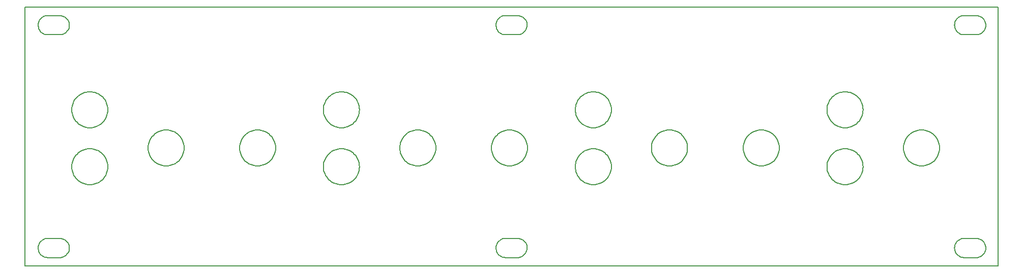
<source format=gbr>
%TF.GenerationSoftware,KiCad,Pcbnew,(6.0.4)*%
%TF.CreationDate,2022-05-24T13:19:39+01:00*%
%TF.ProjectId,1u-mixer,31752d6d-6978-4657-922e-6b696361645f,rev?*%
%TF.SameCoordinates,Original*%
%TF.FileFunction,Profile,NP*%
%FSLAX46Y46*%
G04 Gerber Fmt 4.6, Leading zero omitted, Abs format (unit mm)*
G04 Created by KiCad (PCBNEW (6.0.4)) date 2022-05-24 13:19:39*
%MOMM*%
%LPD*%
G01*
G04 APERTURE LIST*
%TA.AperFunction,Profile*%
%ADD10C,0.200000*%
%TD*%
%ADD11C,0.200000*%
G04 APERTURE END LIST*
D10*
X60690000Y-125730000D02*
X222690000Y-125730000D01*
D11*
X219008000Y-121145800D02*
X219251651Y-121164234D01*
X219483770Y-121217729D01*
X219701641Y-121303569D01*
X219902550Y-121419043D01*
X220083781Y-121561435D01*
X220242619Y-121728032D01*
X220376349Y-121916122D01*
X220482256Y-122122989D01*
X220557624Y-122345920D01*
X220599738Y-122582201D01*
X220608000Y-122745800D01*
D10*
X222690000Y-125730000D02*
X222690000Y-82550000D01*
D11*
X64481000Y-87160200D02*
X64237348Y-87141765D01*
X64005229Y-87088270D01*
X63787358Y-87002430D01*
X63586449Y-86886956D01*
X63405218Y-86744564D01*
X63246380Y-86577967D01*
X63112650Y-86389877D01*
X63006743Y-86183010D01*
X62931375Y-85960079D01*
X62889261Y-85723798D01*
X62881000Y-85560200D01*
X62881000Y-122745800D02*
X62899436Y-122502125D01*
X62952937Y-122269992D01*
X63038786Y-122052114D01*
X63154269Y-121851205D01*
X63296670Y-121669978D01*
X63463274Y-121511147D01*
X63651366Y-121377427D01*
X63858231Y-121271529D01*
X64081153Y-121196169D01*
X64317418Y-121154060D01*
X64481000Y-121145800D01*
D10*
X222690000Y-82550000D02*
X60690000Y-82550000D01*
X60690000Y-82550000D02*
X60690000Y-125730000D01*
D11*
X66481000Y-83960200D02*
X66724651Y-83978634D01*
X66956770Y-84032129D01*
X67174641Y-84117969D01*
X67375550Y-84233443D01*
X67556781Y-84375835D01*
X67715619Y-84542432D01*
X67849349Y-84730522D01*
X67955256Y-84937389D01*
X68030624Y-85160320D01*
X68072738Y-85396601D01*
X68081000Y-85560200D01*
X220608000Y-85560200D02*
X220589563Y-85803874D01*
X220536062Y-86036007D01*
X220450213Y-86253885D01*
X220334730Y-86454794D01*
X220192329Y-86636021D01*
X220025725Y-86794852D01*
X219837633Y-86928572D01*
X219630768Y-87034470D01*
X219407846Y-87109830D01*
X219171581Y-87151939D01*
X219008000Y-87160200D01*
D10*
X60690000Y-125730000D02*
X60690000Y-125730000D01*
D11*
X68081000Y-85560200D02*
X68062563Y-85803874D01*
X68009062Y-86036007D01*
X67923213Y-86253885D01*
X67807730Y-86454794D01*
X67665329Y-86636021D01*
X67498725Y-86794852D01*
X67310633Y-86928572D01*
X67103768Y-87034470D01*
X66880846Y-87109830D01*
X66644581Y-87151939D01*
X66481000Y-87160200D01*
X62881000Y-85560200D02*
X62899436Y-85316525D01*
X62952937Y-85084392D01*
X63038786Y-84866514D01*
X63154269Y-84665605D01*
X63296670Y-84484378D01*
X63463274Y-84325547D01*
X63651366Y-84191827D01*
X63858231Y-84085929D01*
X64081153Y-84010569D01*
X64317418Y-83968460D01*
X64481000Y-83960200D01*
X64481000Y-83960200D02*
X66481000Y-83960200D01*
X64481000Y-87160200D02*
X66481000Y-87160200D01*
X66481000Y-83960200D02*
X66724651Y-83978634D01*
X66956770Y-84032129D01*
X67174641Y-84117969D01*
X67375550Y-84233443D01*
X67556781Y-84375835D01*
X67715619Y-84542432D01*
X67849349Y-84730522D01*
X67955256Y-84937389D01*
X68030624Y-85160320D01*
X68072738Y-85396601D01*
X68081000Y-85560200D01*
X68081000Y-85560200D02*
X68062563Y-85803874D01*
X68009062Y-86036007D01*
X67923213Y-86253885D01*
X67807730Y-86454794D01*
X67665329Y-86636021D01*
X67498725Y-86794852D01*
X67310633Y-86928572D01*
X67103768Y-87034470D01*
X66880846Y-87109830D01*
X66644581Y-87151939D01*
X66481000Y-87160200D01*
X64481000Y-87160200D02*
X64237348Y-87141765D01*
X64005229Y-87088270D01*
X63787358Y-87002430D01*
X63586449Y-86886956D01*
X63405218Y-86744564D01*
X63246380Y-86577967D01*
X63112650Y-86389877D01*
X63006743Y-86183010D01*
X62931375Y-85960079D01*
X62889261Y-85723798D01*
X62881000Y-85560200D01*
X99404600Y-103054000D02*
X99711340Y-103069489D01*
X100009217Y-103114951D01*
X100296725Y-103188878D01*
X100572354Y-103289762D01*
X100834598Y-103416094D01*
X101081948Y-103566367D01*
X101312897Y-103739071D01*
X101525937Y-103932700D01*
X101719560Y-104145743D01*
X101892259Y-104376695D01*
X102042525Y-104624045D01*
X102168851Y-104886287D01*
X102269729Y-105161911D01*
X102343652Y-105449410D01*
X102389111Y-105747276D01*
X102404600Y-106054000D01*
X62881000Y-85560200D02*
X62899436Y-85316525D01*
X62952937Y-85084392D01*
X63038786Y-84866514D01*
X63154269Y-84665605D01*
X63296670Y-84484378D01*
X63463274Y-84325547D01*
X63651366Y-84191827D01*
X63858231Y-84085929D01*
X64081153Y-84010569D01*
X64317418Y-83968460D01*
X64481000Y-83960200D01*
X64481000Y-83960200D02*
X66481000Y-83960200D01*
X194181000Y-99678000D02*
X194196488Y-99371276D01*
X194241947Y-99073410D01*
X194315870Y-98785911D01*
X194416748Y-98510287D01*
X194543074Y-98248045D01*
X194693340Y-98000695D01*
X194866039Y-97769743D01*
X195059662Y-97556700D01*
X195272702Y-97363071D01*
X195503651Y-97190367D01*
X195751001Y-97040094D01*
X196013245Y-96913762D01*
X196288874Y-96812878D01*
X196576382Y-96738951D01*
X196874259Y-96693489D01*
X197181000Y-96678000D01*
X64481000Y-87160200D02*
X66481000Y-87160200D01*
X209912600Y-103054000D02*
X210219340Y-103069489D01*
X210517217Y-103114951D01*
X210804725Y-103188878D01*
X211080354Y-103289762D01*
X211342598Y-103416094D01*
X211589948Y-103566367D01*
X211820897Y-103739071D01*
X212033937Y-103932700D01*
X212227560Y-104145743D01*
X212400259Y-104376695D01*
X212550525Y-104624045D01*
X212676851Y-104886287D01*
X212777729Y-105161911D01*
X212851652Y-105449410D01*
X212897111Y-105747276D01*
X212912600Y-106054000D01*
X66481000Y-121145800D02*
X66724651Y-121164234D01*
X66956770Y-121217729D01*
X67174641Y-121303569D01*
X67375550Y-121419043D01*
X67556781Y-121561435D01*
X67715619Y-121728032D01*
X67849349Y-121916122D01*
X67955256Y-122122989D01*
X68030624Y-122345920D01*
X68072738Y-122582201D01*
X68081000Y-122745800D01*
X64481000Y-124345800D02*
X64237348Y-124327365D01*
X64005229Y-124273870D01*
X63787358Y-124188030D01*
X63586449Y-124072556D01*
X63405218Y-123930164D01*
X63246380Y-123763567D01*
X63112650Y-123575477D01*
X63006743Y-123368610D01*
X62931375Y-123145679D01*
X62889261Y-122909398D01*
X62881000Y-122745800D01*
X68081000Y-122745800D02*
X68062563Y-122989474D01*
X68009062Y-123221607D01*
X67923213Y-123439485D01*
X67807730Y-123640394D01*
X67665329Y-123821621D01*
X67498725Y-123980452D01*
X67310633Y-124114172D01*
X67103768Y-124220070D01*
X66880846Y-124295430D01*
X66644581Y-124337539D01*
X66481000Y-124345800D01*
X64481000Y-124345800D02*
X64237348Y-124327365D01*
X64005229Y-124273870D01*
X63787358Y-124188030D01*
X63586449Y-124072556D01*
X63405218Y-123930164D01*
X63246380Y-123763567D01*
X63112650Y-123575477D01*
X63006743Y-123368610D01*
X62931375Y-123145679D01*
X62889261Y-122909398D01*
X62881000Y-122745800D01*
X62881000Y-122745800D02*
X62899436Y-122502125D01*
X62952937Y-122269992D01*
X63038786Y-122052114D01*
X63154269Y-121851205D01*
X63296670Y-121669978D01*
X63463274Y-121511147D01*
X63651366Y-121377427D01*
X63858231Y-121271529D01*
X64081153Y-121196169D01*
X64317418Y-121154060D01*
X64481000Y-121145800D01*
X206912600Y-106054000D02*
X206928088Y-105747276D01*
X206973547Y-105449410D01*
X207047470Y-105161911D01*
X207148348Y-104886287D01*
X207274674Y-104624045D01*
X207424940Y-104376695D01*
X207597639Y-104145743D01*
X207791262Y-103932700D01*
X208004302Y-103739071D01*
X208235251Y-103566367D01*
X208482601Y-103416094D01*
X208744845Y-103289762D01*
X209020474Y-103188878D01*
X209307982Y-103114951D01*
X209605859Y-103069489D01*
X209912600Y-103054000D01*
X217008000Y-124345800D02*
X216764348Y-124327365D01*
X216532229Y-124273870D01*
X216314358Y-124188030D01*
X216113449Y-124072556D01*
X215932218Y-123930164D01*
X215773380Y-123763567D01*
X215639650Y-123575477D01*
X215533743Y-123368610D01*
X215458375Y-123145679D01*
X215416261Y-122909398D01*
X215408000Y-122745800D01*
X64481000Y-121145800D02*
X66481000Y-121145800D01*
X64481000Y-124345800D02*
X66481000Y-124345800D01*
X66481000Y-121145800D02*
X66724651Y-121164234D01*
X66956770Y-121217729D01*
X67174641Y-121303569D01*
X67375550Y-121419043D01*
X67556781Y-121561435D01*
X67715619Y-121728032D01*
X67849349Y-121916122D01*
X67955256Y-122122989D01*
X68030624Y-122345920D01*
X68072738Y-122582201D01*
X68081000Y-122745800D01*
X142677000Y-83960200D02*
X142920651Y-83978634D01*
X143152770Y-84032129D01*
X143370641Y-84117969D01*
X143571550Y-84233443D01*
X143752781Y-84375835D01*
X143911619Y-84542432D01*
X144045349Y-84730522D01*
X144151256Y-84937389D01*
X144226624Y-85160320D01*
X144268738Y-85396601D01*
X144277000Y-85560200D01*
X68081000Y-122745800D02*
X68062563Y-122989474D01*
X68009062Y-123221607D01*
X67923213Y-123439485D01*
X67807730Y-123640394D01*
X67665329Y-123821621D01*
X67498725Y-123980452D01*
X67310633Y-124114172D01*
X67103768Y-124220070D01*
X66880846Y-124295430D01*
X66644581Y-124337539D01*
X66481000Y-124345800D01*
X64481000Y-121145800D02*
X66481000Y-121145800D01*
X64481000Y-124345800D02*
X66481000Y-124345800D01*
X219008000Y-83960200D02*
X219251651Y-83978634D01*
X219483770Y-84032129D01*
X219701641Y-84117969D01*
X219902550Y-84233443D01*
X220083781Y-84375835D01*
X220242619Y-84542432D01*
X220376349Y-84730522D01*
X220482256Y-84937389D01*
X220557624Y-85160320D01*
X220599738Y-85396601D01*
X220608000Y-85560200D01*
X220608000Y-85560200D02*
X220589563Y-85803874D01*
X220536062Y-86036007D01*
X220450213Y-86253885D01*
X220334730Y-86454794D01*
X220192329Y-86636021D01*
X220025725Y-86794852D01*
X219837633Y-86928572D01*
X219630768Y-87034470D01*
X219407846Y-87109830D01*
X219171581Y-87151939D01*
X219008000Y-87160200D01*
X158282700Y-99678000D02*
X158267211Y-99984723D01*
X158221752Y-100282589D01*
X158147829Y-100570088D01*
X158046951Y-100845712D01*
X157920625Y-101107954D01*
X157770359Y-101355304D01*
X157597660Y-101586256D01*
X157404037Y-101799300D01*
X157190997Y-101992928D01*
X156960048Y-102165632D01*
X156712698Y-102315905D01*
X156450454Y-102442237D01*
X156174825Y-102543121D01*
X155887317Y-102617048D01*
X155589440Y-102662510D01*
X155282700Y-102678000D01*
X217008000Y-87160200D02*
X216764348Y-87141765D01*
X216532229Y-87088270D01*
X216314358Y-87002430D01*
X216113449Y-86886956D01*
X215932218Y-86744564D01*
X215773380Y-86577967D01*
X215639650Y-86389877D01*
X215533743Y-86183010D01*
X215458375Y-85960079D01*
X215416261Y-85723798D01*
X215408000Y-85560200D01*
X215408000Y-85560200D02*
X215426436Y-85316525D01*
X215479937Y-85084392D01*
X215565786Y-84866514D01*
X215681269Y-84665605D01*
X215823670Y-84484378D01*
X215990274Y-84325547D01*
X216178366Y-84191827D01*
X216385231Y-84085929D01*
X216608153Y-84010569D01*
X216844418Y-83968460D01*
X217008000Y-83960200D01*
X140677000Y-121145800D02*
X142677000Y-121145800D01*
X217008000Y-83960200D02*
X219008000Y-83960200D01*
X126068900Y-103054000D02*
X126375640Y-103069489D01*
X126673517Y-103114951D01*
X126961025Y-103188878D01*
X127236654Y-103289762D01*
X127498898Y-103416094D01*
X127746248Y-103566367D01*
X127977197Y-103739071D01*
X128190237Y-103932700D01*
X128383860Y-104145743D01*
X128556559Y-104376695D01*
X128706825Y-104624045D01*
X128833151Y-104886287D01*
X128934029Y-105161911D01*
X129007952Y-105449410D01*
X129053411Y-105747276D01*
X129068900Y-106054000D01*
X217008000Y-87160200D02*
X219008000Y-87160200D01*
X219008000Y-83960200D02*
X219251651Y-83978634D01*
X219483770Y-84032129D01*
X219701641Y-84117969D01*
X219902550Y-84233443D01*
X220083781Y-84375835D01*
X220242619Y-84542432D01*
X220376349Y-84730522D01*
X220482256Y-84937389D01*
X220557624Y-85160320D01*
X220599738Y-85396601D01*
X220608000Y-85560200D01*
X140677000Y-87160200D02*
X140433348Y-87141765D01*
X140201229Y-87088270D01*
X139983358Y-87002430D01*
X139782449Y-86886956D01*
X139601218Y-86744564D01*
X139442380Y-86577967D01*
X139308650Y-86389877D01*
X139202743Y-86183010D01*
X139127375Y-85960079D01*
X139085261Y-85723798D01*
X139077000Y-85560200D01*
X217008000Y-87160200D02*
X216764348Y-87141765D01*
X216532229Y-87088270D01*
X216314358Y-87002430D01*
X216113449Y-86886956D01*
X215932218Y-86744564D01*
X215773380Y-86577967D01*
X215639650Y-86389877D01*
X215533743Y-86183010D01*
X215458375Y-85960079D01*
X215416261Y-85723798D01*
X215408000Y-85560200D01*
X215408000Y-85560200D02*
X215426436Y-85316525D01*
X215479937Y-85084392D01*
X215565786Y-84866514D01*
X215681269Y-84665605D01*
X215823670Y-84484378D01*
X215990274Y-84325547D01*
X216178366Y-84191827D01*
X216385231Y-84085929D01*
X216608153Y-84010569D01*
X216844418Y-83968460D01*
X217008000Y-83960200D01*
X217008000Y-83960200D02*
X219008000Y-83960200D01*
X217008000Y-87160200D02*
X219008000Y-87160200D01*
X220608000Y-122745800D02*
X220589563Y-122989474D01*
X220536062Y-123221607D01*
X220450213Y-123439485D01*
X220334730Y-123640394D01*
X220192329Y-123821621D01*
X220025725Y-123980452D01*
X219837633Y-124114172D01*
X219630768Y-124220070D01*
X219407846Y-124295430D01*
X219171581Y-124337539D01*
X219008000Y-124345800D01*
X110361000Y-109188000D02*
X110376488Y-108881276D01*
X110421947Y-108583410D01*
X110495870Y-108295911D01*
X110596748Y-108020287D01*
X110723074Y-107758045D01*
X110873340Y-107510695D01*
X111046039Y-107279743D01*
X111239662Y-107066700D01*
X111452702Y-106873071D01*
X111683651Y-106700367D01*
X111931001Y-106550094D01*
X112193245Y-106423762D01*
X112468874Y-106322878D01*
X112756382Y-106248951D01*
X113054259Y-106203489D01*
X113361000Y-106188000D01*
X140677000Y-83960200D02*
X142677000Y-83960200D01*
X217008000Y-124345800D02*
X216764348Y-124327365D01*
X216532229Y-124273870D01*
X216314358Y-124188030D01*
X216113449Y-124072556D01*
X215932218Y-123930164D01*
X215773380Y-123763567D01*
X215639650Y-123575477D01*
X215533743Y-123368610D01*
X215458375Y-123145679D01*
X215416261Y-122909398D01*
X215408000Y-122745800D01*
X215408000Y-122745800D02*
X215426436Y-122502125D01*
X215479937Y-122269992D01*
X215565786Y-122052114D01*
X215681269Y-121851205D01*
X215823670Y-121669978D01*
X215990274Y-121511147D01*
X216178366Y-121377427D01*
X216385231Y-121271529D01*
X216608153Y-121196169D01*
X216844418Y-121154060D01*
X217008000Y-121145800D01*
X220608000Y-122745800D02*
X220589563Y-122989474D01*
X220536062Y-123221607D01*
X220450213Y-123439485D01*
X220334730Y-123640394D01*
X220192329Y-123821621D01*
X220025725Y-123980452D01*
X219837633Y-124114172D01*
X219630768Y-124220070D01*
X219407846Y-124295430D01*
X219171581Y-124337539D01*
X219008000Y-124345800D01*
X217008000Y-121145800D02*
X219008000Y-121145800D01*
X217008000Y-124345800D02*
X219008000Y-124345800D01*
X219008000Y-121145800D02*
X219251651Y-121164234D01*
X219483770Y-121217729D01*
X219701641Y-121303569D01*
X219902550Y-121419043D01*
X220083781Y-121561435D01*
X220242619Y-121728032D01*
X220376349Y-121916122D01*
X220482256Y-122122989D01*
X220557624Y-122345920D01*
X220599738Y-122582201D01*
X220608000Y-122745800D01*
X170958400Y-106054000D02*
X170942911Y-106360723D01*
X170897452Y-106658589D01*
X170823529Y-106946088D01*
X170722651Y-107221712D01*
X170596325Y-107483954D01*
X170446059Y-107731304D01*
X170273360Y-107962256D01*
X170079737Y-108175300D01*
X169866697Y-108368928D01*
X169635748Y-108541632D01*
X169388398Y-108691905D01*
X169126154Y-108818237D01*
X168850525Y-108919121D01*
X168563017Y-108993048D01*
X168265140Y-109038510D01*
X167958400Y-109054000D01*
X215408000Y-122745800D02*
X215426436Y-122502125D01*
X215479937Y-122269992D01*
X215565786Y-122052114D01*
X215681269Y-121851205D01*
X215823670Y-121669978D01*
X215990274Y-121511147D01*
X216178366Y-121377427D01*
X216385231Y-121271529D01*
X216608153Y-121196169D01*
X216844418Y-121154060D01*
X217008000Y-121145800D01*
X217008000Y-121145800D02*
X219008000Y-121145800D01*
X217008000Y-124345800D02*
X219008000Y-124345800D01*
X144277000Y-85560200D02*
X144258563Y-85803874D01*
X144205062Y-86036007D01*
X144119213Y-86253885D01*
X144003730Y-86454794D01*
X143861329Y-86636021D01*
X143694725Y-86794852D01*
X143506633Y-86928572D01*
X143299768Y-87034470D01*
X143076846Y-87109830D01*
X142840581Y-87151939D01*
X142677000Y-87160200D01*
X140677000Y-87160200D02*
X140433348Y-87141765D01*
X140201229Y-87088270D01*
X139983358Y-87002430D01*
X139782449Y-86886956D01*
X139601218Y-86744564D01*
X139442380Y-86577967D01*
X139308650Y-86389877D01*
X139202743Y-86183010D01*
X139127375Y-85960079D01*
X139085261Y-85723798D01*
X139077000Y-85560200D01*
X139077000Y-85560200D02*
X139095436Y-85316525D01*
X139148937Y-85084392D01*
X139234786Y-84866514D01*
X139350269Y-84665605D01*
X139492670Y-84484378D01*
X139659274Y-84325547D01*
X139847366Y-84191827D01*
X140054231Y-84085929D01*
X140277153Y-84010569D01*
X140513418Y-83968460D01*
X140677000Y-83960200D01*
X140677000Y-83960200D02*
X142677000Y-83960200D01*
X140677000Y-87160200D02*
X142677000Y-87160200D01*
X142677000Y-121145800D02*
X142920651Y-121164234D01*
X143152770Y-121217729D01*
X143370641Y-121303569D01*
X143571550Y-121419043D01*
X143752781Y-121561435D01*
X143911619Y-121728032D01*
X144045349Y-121916122D01*
X144151256Y-122122989D01*
X144226624Y-122345920D01*
X144268738Y-122582201D01*
X144277000Y-122745800D01*
X142677000Y-83960200D02*
X142920651Y-83978634D01*
X143152770Y-84032129D01*
X143370641Y-84117969D01*
X143571550Y-84233443D01*
X143752781Y-84375835D01*
X143911619Y-84542432D01*
X144045349Y-84730522D01*
X144151256Y-84937389D01*
X144226624Y-85160320D01*
X144268738Y-85396601D01*
X144277000Y-85560200D01*
X144277000Y-85560200D02*
X144258563Y-85803874D01*
X144205062Y-86036007D01*
X144119213Y-86253885D01*
X144003730Y-86454794D01*
X143861329Y-86636021D01*
X143694725Y-86794852D01*
X143506633Y-86928572D01*
X143299768Y-87034470D01*
X143076846Y-87109830D01*
X142840581Y-87151939D01*
X142677000Y-87160200D01*
X139077000Y-85560200D02*
X139095436Y-85316525D01*
X139148937Y-85084392D01*
X139234786Y-84866514D01*
X139350269Y-84665605D01*
X139492670Y-84484378D01*
X139659274Y-84325547D01*
X139847366Y-84191827D01*
X140054231Y-84085929D01*
X140277153Y-84010569D01*
X140513418Y-83968460D01*
X140677000Y-83960200D01*
X140677000Y-87160200D02*
X142677000Y-87160200D01*
X144277000Y-122745800D02*
X144258563Y-122989474D01*
X144205062Y-123221607D01*
X144119213Y-123439485D01*
X144003730Y-123640394D01*
X143861329Y-123821621D01*
X143694725Y-123980452D01*
X143506633Y-124114172D01*
X143299768Y-124220070D01*
X143076846Y-124295430D01*
X142840581Y-124337539D01*
X142677000Y-124345800D01*
X140677000Y-124345800D02*
X140433348Y-124327365D01*
X140201229Y-124273870D01*
X139983358Y-124188030D01*
X139782449Y-124072556D01*
X139601218Y-123930164D01*
X139442380Y-123763567D01*
X139308650Y-123575477D01*
X139202743Y-123368610D01*
X139127375Y-123145679D01*
X139085261Y-122909398D01*
X139077000Y-122745800D01*
X139077000Y-122745800D02*
X139095436Y-122502125D01*
X139148937Y-122269992D01*
X139234786Y-122052114D01*
X139350269Y-121851205D01*
X139492670Y-121669978D01*
X139659274Y-121511147D01*
X139847366Y-121377427D01*
X140054231Y-121271529D01*
X140277153Y-121196169D01*
X140513418Y-121154060D01*
X140677000Y-121145800D01*
X140677000Y-124345800D02*
X142677000Y-124345800D01*
X142677000Y-121145800D02*
X142920651Y-121164234D01*
X143152770Y-121217729D01*
X143370641Y-121303569D01*
X143571550Y-121419043D01*
X143752781Y-121561435D01*
X143911619Y-121728032D01*
X144045349Y-121916122D01*
X144151256Y-122122989D01*
X144226624Y-122345920D01*
X144268738Y-122582201D01*
X144277000Y-122745800D01*
X144277000Y-122745800D02*
X144258563Y-122989474D01*
X144205062Y-123221607D01*
X144119213Y-123439485D01*
X144003730Y-123640394D01*
X143861329Y-123821621D01*
X143694725Y-123980452D01*
X143506633Y-124114172D01*
X143299768Y-124220070D01*
X143076846Y-124295430D01*
X142840581Y-124337539D01*
X142677000Y-124345800D01*
X126068900Y-109054000D02*
X125762159Y-109038510D01*
X125464282Y-108993048D01*
X125176774Y-108919121D01*
X124901145Y-108818237D01*
X124638901Y-108691905D01*
X124391551Y-108541632D01*
X124160602Y-108368928D01*
X123947562Y-108175300D01*
X123753939Y-107962256D01*
X123581240Y-107731304D01*
X123430974Y-107483954D01*
X123304648Y-107221712D01*
X123203770Y-106946088D01*
X123129847Y-106658589D01*
X123084388Y-106360723D01*
X123068900Y-106054000D01*
X140677000Y-124345800D02*
X140433348Y-124327365D01*
X140201229Y-124273870D01*
X139983358Y-124188030D01*
X139782449Y-124072556D01*
X139601218Y-123930164D01*
X139442380Y-123763567D01*
X139308650Y-123575477D01*
X139202743Y-123368610D01*
X139127375Y-123145679D01*
X139085261Y-122909398D01*
X139077000Y-122745800D01*
X129068900Y-106054000D02*
X129053411Y-106360723D01*
X129007952Y-106658589D01*
X128934029Y-106946088D01*
X128833151Y-107221712D01*
X128706825Y-107483954D01*
X128556559Y-107731304D01*
X128383860Y-107962256D01*
X128190237Y-108175300D01*
X127977197Y-108368928D01*
X127746248Y-108541632D01*
X127498898Y-108691905D01*
X127236654Y-108818237D01*
X126961025Y-108919121D01*
X126673517Y-108993048D01*
X126375640Y-109038510D01*
X126068900Y-109054000D01*
X139077000Y-122745800D02*
X139095436Y-122502125D01*
X139148937Y-122269992D01*
X139234786Y-122052114D01*
X139350269Y-121851205D01*
X139492670Y-121669978D01*
X139659274Y-121511147D01*
X139847366Y-121377427D01*
X140054231Y-121271529D01*
X140277153Y-121196169D01*
X140513418Y-121154060D01*
X140677000Y-121145800D01*
X140677000Y-121145800D02*
X142677000Y-121145800D01*
X140677000Y-124345800D02*
X142677000Y-124345800D01*
X200181000Y-99678000D02*
X200165511Y-99984723D01*
X200120052Y-100282589D01*
X200046129Y-100570088D01*
X199945251Y-100845712D01*
X199818925Y-101107954D01*
X199668659Y-101355304D01*
X199495960Y-101586256D01*
X199302337Y-101799300D01*
X199089297Y-101992928D01*
X198858348Y-102165632D01*
X198610998Y-102315905D01*
X198348754Y-102442237D01*
X198073125Y-102543121D01*
X197785617Y-102617048D01*
X197487740Y-102662510D01*
X197181000Y-102678000D01*
X71489000Y-96677600D02*
X71795740Y-96693089D01*
X72093617Y-96738551D01*
X72381125Y-96812478D01*
X72656754Y-96913362D01*
X72918998Y-97039694D01*
X73166348Y-97189967D01*
X73397297Y-97362671D01*
X73610337Y-97556300D01*
X73803960Y-97769343D01*
X73976659Y-98000295D01*
X74126925Y-98247645D01*
X74253251Y-98509887D01*
X74354129Y-98785511D01*
X74428052Y-99073010D01*
X74473511Y-99370876D01*
X74489000Y-99677600D01*
X74489000Y-99677600D02*
X74473511Y-99984323D01*
X74428052Y-100282189D01*
X74354129Y-100569688D01*
X74253251Y-100845312D01*
X74126925Y-101107554D01*
X73976659Y-101354904D01*
X73803960Y-101585856D01*
X73610337Y-101798900D01*
X73397297Y-101992528D01*
X73166348Y-102165232D01*
X72918998Y-102315505D01*
X72656754Y-102441837D01*
X72381125Y-102542721D01*
X72093617Y-102616648D01*
X71795740Y-102662110D01*
X71489000Y-102677600D01*
X71489000Y-102677600D02*
X71182259Y-102662110D01*
X70884382Y-102616648D01*
X70596874Y-102542721D01*
X70321245Y-102441837D01*
X70059001Y-102315505D01*
X69811651Y-102165232D01*
X69580702Y-101992528D01*
X69367662Y-101798900D01*
X69174039Y-101585856D01*
X69001340Y-101354904D01*
X68851074Y-101107554D01*
X68724748Y-100845312D01*
X68623870Y-100569688D01*
X68549947Y-100282189D01*
X68504488Y-99984323D01*
X68489000Y-99677600D01*
X68489000Y-99677600D02*
X68504488Y-99370876D01*
X68549947Y-99073010D01*
X68623870Y-98785511D01*
X68724748Y-98509887D01*
X68851074Y-98247645D01*
X69001340Y-98000295D01*
X69174039Y-97769343D01*
X69367662Y-97556300D01*
X69580702Y-97362671D01*
X69811651Y-97189967D01*
X70059001Y-97039694D01*
X70321245Y-96913362D01*
X70596874Y-96812478D01*
X70884382Y-96738551D01*
X71182259Y-96693089D01*
X71489000Y-96677600D01*
X209912600Y-109054000D02*
X209605859Y-109038510D01*
X209307982Y-108993048D01*
X209020474Y-108919121D01*
X208744845Y-108818237D01*
X208482601Y-108691905D01*
X208235251Y-108541632D01*
X208004302Y-108368928D01*
X207791262Y-108175300D01*
X207597639Y-107962256D01*
X207424940Y-107731304D01*
X207274674Y-107483954D01*
X207148348Y-107221712D01*
X207047470Y-106946088D01*
X206973547Y-106658589D01*
X206928088Y-106360723D01*
X206912600Y-106054000D01*
X113361000Y-96678000D02*
X113667740Y-96693489D01*
X113965617Y-96738951D01*
X114253125Y-96812878D01*
X114528754Y-96913762D01*
X114790998Y-97040094D01*
X115038348Y-97190367D01*
X115269297Y-97363071D01*
X115482337Y-97556700D01*
X115675960Y-97769743D01*
X115848659Y-98000695D01*
X115998925Y-98248045D01*
X116125251Y-98510287D01*
X116226129Y-98785911D01*
X116300052Y-99073410D01*
X116345511Y-99371276D01*
X116361000Y-99678000D01*
X116361000Y-99678000D02*
X116345511Y-99984723D01*
X116300052Y-100282589D01*
X116226129Y-100570088D01*
X116125251Y-100845712D01*
X115998925Y-101107954D01*
X115848659Y-101355304D01*
X115675960Y-101586256D01*
X115482337Y-101799300D01*
X115269297Y-101992928D01*
X115038348Y-102165632D01*
X114790998Y-102315905D01*
X114528754Y-102442237D01*
X114253125Y-102543121D01*
X113965617Y-102617048D01*
X113667740Y-102662510D01*
X113361000Y-102678000D01*
X113361000Y-102678000D02*
X113054259Y-102662510D01*
X112756382Y-102617048D01*
X112468874Y-102543121D01*
X112193245Y-102442237D01*
X111931001Y-102315905D01*
X111683651Y-102165632D01*
X111452702Y-101992928D01*
X111239662Y-101799300D01*
X111046039Y-101586256D01*
X110873340Y-101355304D01*
X110723074Y-101107954D01*
X110596748Y-100845712D01*
X110495870Y-100570088D01*
X110421947Y-100282589D01*
X110376488Y-99984723D01*
X110361000Y-99678000D01*
X110361000Y-99678000D02*
X110376488Y-99371276D01*
X110421947Y-99073410D01*
X110495870Y-98785911D01*
X110596748Y-98510287D01*
X110723074Y-98248045D01*
X110873340Y-98000695D01*
X111046039Y-97769743D01*
X111239662Y-97556700D01*
X111452702Y-97363071D01*
X111683651Y-97190367D01*
X111931001Y-97040094D01*
X112193245Y-96913762D01*
X112468874Y-96812878D01*
X112756382Y-96738951D01*
X113054259Y-96693489D01*
X113361000Y-96678000D01*
X155282700Y-96678000D02*
X155589440Y-96693489D01*
X155887317Y-96738951D01*
X156174825Y-96812878D01*
X156450454Y-96913762D01*
X156712698Y-97040094D01*
X156960048Y-97190367D01*
X157190997Y-97363071D01*
X157404037Y-97556700D01*
X157597660Y-97769743D01*
X157770359Y-98000695D01*
X157920625Y-98248045D01*
X158046951Y-98510287D01*
X158147829Y-98785911D01*
X158221752Y-99073410D01*
X158267211Y-99371276D01*
X158282700Y-99678000D01*
X155282700Y-102678000D02*
X154975959Y-102662510D01*
X154678082Y-102617048D01*
X154390574Y-102543121D01*
X154114945Y-102442237D01*
X153852701Y-102315905D01*
X153605351Y-102165632D01*
X153374402Y-101992928D01*
X153161362Y-101799300D01*
X152967739Y-101586256D01*
X152795040Y-101355304D01*
X152644774Y-101107954D01*
X152518448Y-100845712D01*
X152417570Y-100570088D01*
X152343647Y-100282589D01*
X152298188Y-99984723D01*
X152282700Y-99678000D01*
X197181100Y-106188000D02*
X197487840Y-106203489D01*
X197785717Y-106248951D01*
X198073225Y-106322878D01*
X198348854Y-106423762D01*
X198611098Y-106550094D01*
X198858448Y-106700367D01*
X199089397Y-106873071D01*
X199302437Y-107066700D01*
X199496060Y-107279743D01*
X199668759Y-107510695D01*
X199819025Y-107758045D01*
X199945351Y-108020287D01*
X200046229Y-108295911D01*
X200120152Y-108583410D01*
X200165611Y-108881276D01*
X200181100Y-109188000D01*
X152282700Y-99678000D02*
X152298188Y-99371276D01*
X152343647Y-99073410D01*
X152417570Y-98785911D01*
X152518448Y-98510287D01*
X152644774Y-98248045D01*
X152795040Y-98000695D01*
X152967739Y-97769743D01*
X153161362Y-97556700D01*
X153374402Y-97363071D01*
X153605351Y-97190367D01*
X153852701Y-97040094D01*
X154114945Y-96913762D01*
X154390574Y-96812878D01*
X154678082Y-96738951D01*
X154975959Y-96693489D01*
X155282700Y-96678000D01*
X197181000Y-96678000D02*
X197487740Y-96693489D01*
X197785617Y-96738951D01*
X198073125Y-96812878D01*
X198348754Y-96913762D01*
X198610998Y-97040094D01*
X198858348Y-97190367D01*
X199089297Y-97363071D01*
X199302337Y-97556700D01*
X199495960Y-97769743D01*
X199668659Y-98000695D01*
X199818925Y-98248045D01*
X199945251Y-98510287D01*
X200046129Y-98785911D01*
X200120052Y-99073410D01*
X200165511Y-99371276D01*
X200181000Y-99678000D01*
X197181000Y-102678000D02*
X196874259Y-102662510D01*
X196576382Y-102617048D01*
X196288874Y-102543121D01*
X196013245Y-102442237D01*
X195751001Y-102315905D01*
X195503651Y-102165632D01*
X195272702Y-101992928D01*
X195059662Y-101799300D01*
X194866039Y-101586256D01*
X194693340Y-101355304D01*
X194543074Y-101107954D01*
X194416748Y-100845712D01*
X194315870Y-100570088D01*
X194241947Y-100282589D01*
X194196488Y-99984723D01*
X194181000Y-99678000D01*
X71489300Y-106188000D02*
X71796040Y-106203489D01*
X72093917Y-106248951D01*
X72381425Y-106322878D01*
X72657054Y-106423762D01*
X72919298Y-106550094D01*
X73166648Y-106700367D01*
X73397597Y-106873071D01*
X73610637Y-107066700D01*
X73804260Y-107279743D01*
X73976959Y-107510695D01*
X74127225Y-107758045D01*
X74253551Y-108020287D01*
X74354429Y-108295911D01*
X74428352Y-108583410D01*
X74473811Y-108881276D01*
X74489300Y-109188000D01*
X74489300Y-109188000D02*
X74473811Y-109494723D01*
X74428352Y-109792589D01*
X74354429Y-110080088D01*
X74253551Y-110355712D01*
X74127225Y-110617954D01*
X73976959Y-110865304D01*
X73804260Y-111096256D01*
X73610637Y-111309300D01*
X73397597Y-111502928D01*
X73166648Y-111675632D01*
X72919298Y-111825905D01*
X72657054Y-111952237D01*
X72381425Y-112053121D01*
X72093917Y-112127048D01*
X71796040Y-112172510D01*
X71489300Y-112188000D01*
X71489300Y-112188000D02*
X71182559Y-112172510D01*
X70884682Y-112127048D01*
X70597174Y-112053121D01*
X70321545Y-111952237D01*
X70059301Y-111825905D01*
X69811951Y-111675632D01*
X69581002Y-111502928D01*
X69367962Y-111309300D01*
X69174339Y-111096256D01*
X69001640Y-110865304D01*
X68851374Y-110617954D01*
X68725048Y-110355712D01*
X68624170Y-110080088D01*
X68550247Y-109792589D01*
X68504788Y-109494723D01*
X68489300Y-109188000D01*
X68489300Y-109188000D02*
X68504788Y-108881276D01*
X68550247Y-108583410D01*
X68624170Y-108295911D01*
X68725048Y-108020287D01*
X68851374Y-107758045D01*
X69001640Y-107510695D01*
X69174339Y-107279743D01*
X69367962Y-107066700D01*
X69581002Y-106873071D01*
X69811951Y-106700367D01*
X70059301Y-106550094D01*
X70321545Y-106423762D01*
X70597174Y-106322878D01*
X70884682Y-106248951D01*
X71182559Y-106203489D01*
X71489300Y-106188000D01*
X113361000Y-106188000D02*
X113667740Y-106203489D01*
X113965617Y-106248951D01*
X114253125Y-106322878D01*
X114528754Y-106423762D01*
X114790998Y-106550094D01*
X115038348Y-106700367D01*
X115269297Y-106873071D01*
X115482337Y-107066700D01*
X115675960Y-107279743D01*
X115848659Y-107510695D01*
X115998925Y-107758045D01*
X116125251Y-108020287D01*
X116226129Y-108295911D01*
X116300052Y-108583410D01*
X116345511Y-108881276D01*
X116361000Y-109188000D01*
X116361000Y-109188000D02*
X116345511Y-109494723D01*
X116300052Y-109792589D01*
X116226129Y-110080088D01*
X116125251Y-110355712D01*
X115998925Y-110617954D01*
X115848659Y-110865304D01*
X115675960Y-111096256D01*
X115482337Y-111309300D01*
X115269297Y-111502928D01*
X115038348Y-111675632D01*
X114790998Y-111825905D01*
X114528754Y-111952237D01*
X114253125Y-112053121D01*
X113965617Y-112127048D01*
X113667740Y-112172510D01*
X113361000Y-112188000D01*
X113361000Y-112188000D02*
X113054259Y-112172510D01*
X112756382Y-112127048D01*
X112468874Y-112053121D01*
X112193245Y-111952237D01*
X111931001Y-111825905D01*
X111683651Y-111675632D01*
X111452702Y-111502928D01*
X111239662Y-111309300D01*
X111046039Y-111096256D01*
X110873340Y-110865304D01*
X110723074Y-110617954D01*
X110596748Y-110355712D01*
X110495870Y-110080088D01*
X110421947Y-109792589D01*
X110376488Y-109494723D01*
X110361000Y-109188000D01*
X155283000Y-106188000D02*
X155589740Y-106203489D01*
X155887617Y-106248951D01*
X156175125Y-106322878D01*
X156450754Y-106423762D01*
X156712998Y-106550094D01*
X156960348Y-106700367D01*
X157191297Y-106873071D01*
X157404337Y-107066700D01*
X157597960Y-107279743D01*
X157770659Y-107510695D01*
X157920925Y-107758045D01*
X158047251Y-108020287D01*
X158148129Y-108295911D01*
X158222052Y-108583410D01*
X158267511Y-108881276D01*
X158283000Y-109188000D01*
X158283000Y-109188000D02*
X158267511Y-109494723D01*
X158222052Y-109792589D01*
X158148129Y-110080088D01*
X158047251Y-110355712D01*
X157920925Y-110617954D01*
X157770659Y-110865304D01*
X157597960Y-111096256D01*
X157404337Y-111309300D01*
X157191297Y-111502928D01*
X156960348Y-111675632D01*
X156712998Y-111825905D01*
X156450754Y-111952237D01*
X156175125Y-112053121D01*
X155887617Y-112127048D01*
X155589740Y-112172510D01*
X155283000Y-112188000D01*
X155283000Y-112188000D02*
X154976259Y-112172510D01*
X154678382Y-112127048D01*
X154390874Y-112053121D01*
X154115245Y-111952237D01*
X153853001Y-111825905D01*
X153605651Y-111675632D01*
X153374702Y-111502928D01*
X153161662Y-111309300D01*
X152968039Y-111096256D01*
X152795340Y-110865304D01*
X152645074Y-110617954D01*
X152518748Y-110355712D01*
X152417870Y-110080088D01*
X152343947Y-109792589D01*
X152298488Y-109494723D01*
X152283000Y-109188000D01*
X152283000Y-109188000D02*
X152298488Y-108881276D01*
X152343947Y-108583410D01*
X152417870Y-108295911D01*
X152518748Y-108020287D01*
X152645074Y-107758045D01*
X152795340Y-107510695D01*
X152968039Y-107279743D01*
X153161662Y-107066700D01*
X153374702Y-106873071D01*
X153605651Y-106700367D01*
X153853001Y-106550094D01*
X154115245Y-106423762D01*
X154390874Y-106322878D01*
X154678382Y-106248951D01*
X154976259Y-106203489D01*
X155283000Y-106188000D01*
X200181100Y-109188000D02*
X200165611Y-109494723D01*
X200120152Y-109792589D01*
X200046229Y-110080088D01*
X199945351Y-110355712D01*
X199819025Y-110617954D01*
X199668759Y-110865304D01*
X199496060Y-111096256D01*
X199302437Y-111309300D01*
X199089397Y-111502928D01*
X198858448Y-111675632D01*
X198611098Y-111825905D01*
X198348854Y-111952237D01*
X198073225Y-112053121D01*
X197785717Y-112127048D01*
X197487840Y-112172510D01*
X197181100Y-112188000D01*
X197181100Y-112188000D02*
X196874359Y-112172510D01*
X196576482Y-112127048D01*
X196288974Y-112053121D01*
X196013345Y-111952237D01*
X195751101Y-111825905D01*
X195503751Y-111675632D01*
X195272802Y-111502928D01*
X195059762Y-111309300D01*
X194866139Y-111096256D01*
X194693440Y-110865304D01*
X194543174Y-110617954D01*
X194416848Y-110355712D01*
X194315970Y-110080088D01*
X194242047Y-109792589D01*
X194196588Y-109494723D01*
X194181100Y-109188000D01*
X194181100Y-109188000D02*
X194196588Y-108881276D01*
X194242047Y-108583410D01*
X194315970Y-108295911D01*
X194416848Y-108020287D01*
X194543174Y-107758045D01*
X194693440Y-107510695D01*
X194866139Y-107279743D01*
X195059762Y-107066700D01*
X195272802Y-106873071D01*
X195503751Y-106700367D01*
X195751101Y-106550094D01*
X196013345Y-106423762D01*
X196288974Y-106322878D01*
X196576482Y-106248951D01*
X196874359Y-106203489D01*
X197181100Y-106188000D01*
X84188000Y-103054000D02*
X84494740Y-103069489D01*
X84792617Y-103114951D01*
X85080125Y-103188878D01*
X85355754Y-103289762D01*
X85617998Y-103416094D01*
X85865348Y-103566367D01*
X86096297Y-103739071D01*
X86309337Y-103932700D01*
X86502960Y-104145743D01*
X86675659Y-104376695D01*
X86825925Y-104624045D01*
X86952251Y-104886287D01*
X87053129Y-105161911D01*
X87127052Y-105449410D01*
X87172511Y-105747276D01*
X87188000Y-106054000D01*
X87188000Y-106054000D02*
X87172511Y-106360723D01*
X87127052Y-106658589D01*
X87053129Y-106946088D01*
X86952251Y-107221712D01*
X86825925Y-107483954D01*
X86675659Y-107731304D01*
X86502960Y-107962256D01*
X86309337Y-108175300D01*
X86096297Y-108368928D01*
X85865348Y-108541632D01*
X85617998Y-108691905D01*
X85355754Y-108818237D01*
X85080125Y-108919121D01*
X84792617Y-108993048D01*
X84494740Y-109038510D01*
X84188000Y-109054000D01*
X84188000Y-109054000D02*
X83881259Y-109038510D01*
X83583382Y-108993048D01*
X83295874Y-108919121D01*
X83020245Y-108818237D01*
X82758001Y-108691905D01*
X82510651Y-108541632D01*
X82279702Y-108368928D01*
X82066662Y-108175300D01*
X81873039Y-107962256D01*
X81700340Y-107731304D01*
X81550074Y-107483954D01*
X81423748Y-107221712D01*
X81322870Y-106946088D01*
X81248947Y-106658589D01*
X81203488Y-106360723D01*
X81188000Y-106054000D01*
X81188000Y-106054000D02*
X81203488Y-105747276D01*
X81248947Y-105449410D01*
X81322870Y-105161911D01*
X81423748Y-104886287D01*
X81550074Y-104624045D01*
X81700340Y-104376695D01*
X81873039Y-104145743D01*
X82066662Y-103932700D01*
X82279702Y-103739071D01*
X82510651Y-103566367D01*
X82758001Y-103416094D01*
X83020245Y-103289762D01*
X83295874Y-103188878D01*
X83583382Y-103114951D01*
X83881259Y-103069489D01*
X84188000Y-103054000D01*
X102404600Y-106054000D02*
X102389111Y-106360723D01*
X102343652Y-106658589D01*
X102269729Y-106946088D01*
X102168851Y-107221712D01*
X102042525Y-107483954D01*
X101892259Y-107731304D01*
X101719560Y-107962256D01*
X101525937Y-108175300D01*
X101312897Y-108368928D01*
X101081948Y-108541632D01*
X100834598Y-108691905D01*
X100572354Y-108818237D01*
X100296725Y-108919121D01*
X100009217Y-108993048D01*
X99711340Y-109038510D01*
X99404600Y-109054000D01*
X99404600Y-109054000D02*
X99097859Y-109038510D01*
X98799982Y-108993048D01*
X98512474Y-108919121D01*
X98236845Y-108818237D01*
X97974601Y-108691905D01*
X97727251Y-108541632D01*
X97496302Y-108368928D01*
X97283262Y-108175300D01*
X97089639Y-107962256D01*
X96916940Y-107731304D01*
X96766674Y-107483954D01*
X96640348Y-107221712D01*
X96539470Y-106946088D01*
X96465547Y-106658589D01*
X96420088Y-106360723D01*
X96404600Y-106054000D01*
X96404600Y-106054000D02*
X96420088Y-105747276D01*
X96465547Y-105449410D01*
X96539470Y-105161911D01*
X96640348Y-104886287D01*
X96766674Y-104624045D01*
X96916940Y-104376695D01*
X97089639Y-104145743D01*
X97283262Y-103932700D01*
X97496302Y-103739071D01*
X97727251Y-103566367D01*
X97974601Y-103416094D01*
X98236845Y-103289762D01*
X98512474Y-103188878D01*
X98799982Y-103114951D01*
X99097859Y-103069489D01*
X99404600Y-103054000D01*
X123068900Y-106054000D02*
X123084388Y-105747276D01*
X123129847Y-105449410D01*
X123203770Y-105161911D01*
X123304648Y-104886287D01*
X123430974Y-104624045D01*
X123581240Y-104376695D01*
X123753939Y-104145743D01*
X123947562Y-103932700D01*
X124160602Y-103739071D01*
X124391551Y-103566367D01*
X124638901Y-103416094D01*
X124901145Y-103289762D01*
X125176774Y-103188878D01*
X125464282Y-103114951D01*
X125762159Y-103069489D01*
X126068900Y-103054000D01*
X141335400Y-103054000D02*
X141642140Y-103069489D01*
X141940017Y-103114951D01*
X142227525Y-103188878D01*
X142503154Y-103289762D01*
X142765398Y-103416094D01*
X143012748Y-103566367D01*
X143243697Y-103739071D01*
X143456737Y-103932700D01*
X143650360Y-104145743D01*
X143823059Y-104376695D01*
X143973325Y-104624045D01*
X144099651Y-104886287D01*
X144200529Y-105161911D01*
X144274452Y-105449410D01*
X144319911Y-105747276D01*
X144335400Y-106054000D01*
X144335400Y-106054000D02*
X144319911Y-106360723D01*
X144274452Y-106658589D01*
X144200529Y-106946088D01*
X144099651Y-107221712D01*
X143973325Y-107483954D01*
X143823059Y-107731304D01*
X143650360Y-107962256D01*
X143456737Y-108175300D01*
X143243697Y-108368928D01*
X143012748Y-108541632D01*
X142765398Y-108691905D01*
X142503154Y-108818237D01*
X142227525Y-108919121D01*
X141940017Y-108993048D01*
X141642140Y-109038510D01*
X141335400Y-109054000D01*
X141335400Y-109054000D02*
X141028659Y-109038510D01*
X140730782Y-108993048D01*
X140443274Y-108919121D01*
X140167645Y-108818237D01*
X139905401Y-108691905D01*
X139658051Y-108541632D01*
X139427102Y-108368928D01*
X139214062Y-108175300D01*
X139020439Y-107962256D01*
X138847740Y-107731304D01*
X138697474Y-107483954D01*
X138571148Y-107221712D01*
X138470270Y-106946088D01*
X138396347Y-106658589D01*
X138350888Y-106360723D01*
X138335400Y-106054000D01*
X138335400Y-106054000D02*
X138350888Y-105747276D01*
X138396347Y-105449410D01*
X138470270Y-105161911D01*
X138571148Y-104886287D01*
X138697474Y-104624045D01*
X138847740Y-104376695D01*
X139020439Y-104145743D01*
X139214062Y-103932700D01*
X139427102Y-103739071D01*
X139658051Y-103566367D01*
X139905401Y-103416094D01*
X140167645Y-103289762D01*
X140443274Y-103188878D01*
X140730782Y-103114951D01*
X141028659Y-103069489D01*
X141335400Y-103054000D01*
X167958400Y-103054000D02*
X168265140Y-103069489D01*
X168563017Y-103114951D01*
X168850525Y-103188878D01*
X169126154Y-103289762D01*
X169388398Y-103416094D01*
X169635748Y-103566367D01*
X169866697Y-103739071D01*
X170079737Y-103932700D01*
X170273360Y-104145743D01*
X170446059Y-104376695D01*
X170596325Y-104624045D01*
X170722651Y-104886287D01*
X170823529Y-105161911D01*
X170897452Y-105449410D01*
X170942911Y-105747276D01*
X170958400Y-106054000D01*
X167958400Y-109054000D02*
X167651659Y-109038510D01*
X167353782Y-108993048D01*
X167066274Y-108919121D01*
X166790645Y-108818237D01*
X166528401Y-108691905D01*
X166281051Y-108541632D01*
X166050102Y-108368928D01*
X165837062Y-108175300D01*
X165643439Y-107962256D01*
X165470740Y-107731304D01*
X165320474Y-107483954D01*
X165194148Y-107221712D01*
X165093270Y-106946088D01*
X165019347Y-106658589D01*
X164973888Y-106360723D01*
X164958400Y-106054000D01*
X164958400Y-106054000D02*
X164973888Y-105747276D01*
X165019347Y-105449410D01*
X165093270Y-105161911D01*
X165194148Y-104886287D01*
X165320474Y-104624045D01*
X165470740Y-104376695D01*
X165643439Y-104145743D01*
X165837062Y-103932700D01*
X166050102Y-103739071D01*
X166281051Y-103566367D01*
X166528401Y-103416094D01*
X166790645Y-103289762D01*
X167066274Y-103188878D01*
X167353782Y-103114951D01*
X167651659Y-103069489D01*
X167958400Y-103054000D01*
X183242600Y-103054000D02*
X183549340Y-103069489D01*
X183847217Y-103114951D01*
X184134725Y-103188878D01*
X184410354Y-103289762D01*
X184672598Y-103416094D01*
X184919948Y-103566367D01*
X185150897Y-103739071D01*
X185363937Y-103932700D01*
X185557560Y-104145743D01*
X185730259Y-104376695D01*
X185880525Y-104624045D01*
X186006851Y-104886287D01*
X186107729Y-105161911D01*
X186181652Y-105449410D01*
X186227111Y-105747276D01*
X186242600Y-106054000D01*
X186242600Y-106054000D02*
X186227111Y-106360723D01*
X186181652Y-106658589D01*
X186107729Y-106946088D01*
X186006851Y-107221712D01*
X185880525Y-107483954D01*
X185730259Y-107731304D01*
X185557560Y-107962256D01*
X185363937Y-108175300D01*
X185150897Y-108368928D01*
X184919948Y-108541632D01*
X184672598Y-108691905D01*
X184410354Y-108818237D01*
X184134725Y-108919121D01*
X183847217Y-108993048D01*
X183549340Y-109038510D01*
X183242600Y-109054000D01*
X183242600Y-109054000D02*
X182935859Y-109038510D01*
X182637982Y-108993048D01*
X182350474Y-108919121D01*
X182074845Y-108818237D01*
X181812601Y-108691905D01*
X181565251Y-108541632D01*
X181334302Y-108368928D01*
X181121262Y-108175300D01*
X180927639Y-107962256D01*
X180754940Y-107731304D01*
X180604674Y-107483954D01*
X180478348Y-107221712D01*
X180377470Y-106946088D01*
X180303547Y-106658589D01*
X180258088Y-106360723D01*
X180242600Y-106054000D01*
X180242600Y-106054000D02*
X180258088Y-105747276D01*
X180303547Y-105449410D01*
X180377470Y-105161911D01*
X180478348Y-104886287D01*
X180604674Y-104624045D01*
X180754940Y-104376695D01*
X180927639Y-104145743D01*
X181121262Y-103932700D01*
X181334302Y-103739071D01*
X181565251Y-103566367D01*
X181812601Y-103416094D01*
X182074845Y-103289762D01*
X182350474Y-103188878D01*
X182637982Y-103114951D01*
X182935859Y-103069489D01*
X183242600Y-103054000D01*
X212912600Y-106054000D02*
X212897111Y-106360723D01*
X212851652Y-106658589D01*
X212777729Y-106946088D01*
X212676851Y-107221712D01*
X212550525Y-107483954D01*
X212400259Y-107731304D01*
X212227560Y-107962256D01*
X212033937Y-108175300D01*
X211820897Y-108368928D01*
X211589948Y-108541632D01*
X211342598Y-108691905D01*
X211080354Y-108818237D01*
X210804725Y-108919121D01*
X210517217Y-108993048D01*
X210219340Y-109038510D01*
X209912600Y-109054000D01*
M02*

</source>
